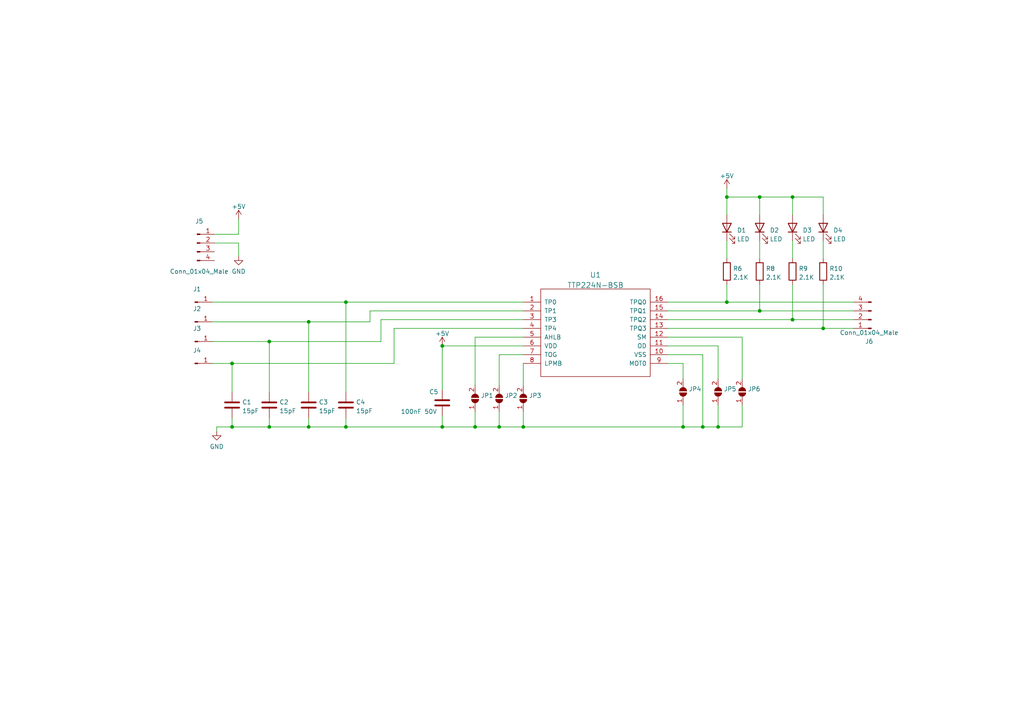
<source format=kicad_sch>
(kicad_sch (version 20211123) (generator eeschema)

  (uuid 21e51cb5-4db9-4ac1-a02c-b6d5ae4d420e)

  (paper "A4")

  (lib_symbols
    (symbol "Connector:Conn_01x01_Male" (pin_names (offset 1.016) hide) (in_bom yes) (on_board yes)
      (property "Reference" "J" (id 0) (at 0 2.54 0)
        (effects (font (size 1.27 1.27)))
      )
      (property "Value" "Conn_01x01_Male" (id 1) (at 0 -2.54 0)
        (effects (font (size 1.27 1.27)))
      )
      (property "Footprint" "" (id 2) (at 0 0 0)
        (effects (font (size 1.27 1.27)) hide)
      )
      (property "Datasheet" "~" (id 3) (at 0 0 0)
        (effects (font (size 1.27 1.27)) hide)
      )
      (property "ki_keywords" "connector" (id 4) (at 0 0 0)
        (effects (font (size 1.27 1.27)) hide)
      )
      (property "ki_description" "Generic connector, single row, 01x01, script generated (kicad-library-utils/schlib/autogen/connector/)" (id 5) (at 0 0 0)
        (effects (font (size 1.27 1.27)) hide)
      )
      (property "ki_fp_filters" "Connector*:*" (id 6) (at 0 0 0)
        (effects (font (size 1.27 1.27)) hide)
      )
      (symbol "Conn_01x01_Male_1_1"
        (polyline
          (pts
            (xy 1.27 0)
            (xy 0.8636 0)
          )
          (stroke (width 0.1524) (type default) (color 0 0 0 0))
          (fill (type none))
        )
        (rectangle (start 0.8636 0.127) (end 0 -0.127)
          (stroke (width 0.1524) (type default) (color 0 0 0 0))
          (fill (type outline))
        )
        (pin passive line (at 5.08 0 180) (length 3.81)
          (name "Pin_1" (effects (font (size 1.27 1.27))))
          (number "1" (effects (font (size 1.27 1.27))))
        )
      )
    )
    (symbol "Connector:Conn_01x04_Male" (pin_names (offset 1.016) hide) (in_bom yes) (on_board yes)
      (property "Reference" "J" (id 0) (at 0 5.08 0)
        (effects (font (size 1.27 1.27)))
      )
      (property "Value" "Conn_01x04_Male" (id 1) (at 0 -7.62 0)
        (effects (font (size 1.27 1.27)))
      )
      (property "Footprint" "" (id 2) (at 0 0 0)
        (effects (font (size 1.27 1.27)) hide)
      )
      (property "Datasheet" "~" (id 3) (at 0 0 0)
        (effects (font (size 1.27 1.27)) hide)
      )
      (property "ki_keywords" "connector" (id 4) (at 0 0 0)
        (effects (font (size 1.27 1.27)) hide)
      )
      (property "ki_description" "Generic connector, single row, 01x04, script generated (kicad-library-utils/schlib/autogen/connector/)" (id 5) (at 0 0 0)
        (effects (font (size 1.27 1.27)) hide)
      )
      (property "ki_fp_filters" "Connector*:*_1x??_*" (id 6) (at 0 0 0)
        (effects (font (size 1.27 1.27)) hide)
      )
      (symbol "Conn_01x04_Male_1_1"
        (polyline
          (pts
            (xy 1.27 -5.08)
            (xy 0.8636 -5.08)
          )
          (stroke (width 0.1524) (type default) (color 0 0 0 0))
          (fill (type none))
        )
        (polyline
          (pts
            (xy 1.27 -2.54)
            (xy 0.8636 -2.54)
          )
          (stroke (width 0.1524) (type default) (color 0 0 0 0))
          (fill (type none))
        )
        (polyline
          (pts
            (xy 1.27 0)
            (xy 0.8636 0)
          )
          (stroke (width 0.1524) (type default) (color 0 0 0 0))
          (fill (type none))
        )
        (polyline
          (pts
            (xy 1.27 2.54)
            (xy 0.8636 2.54)
          )
          (stroke (width 0.1524) (type default) (color 0 0 0 0))
          (fill (type none))
        )
        (rectangle (start 0.8636 -4.953) (end 0 -5.207)
          (stroke (width 0.1524) (type default) (color 0 0 0 0))
          (fill (type outline))
        )
        (rectangle (start 0.8636 -2.413) (end 0 -2.667)
          (stroke (width 0.1524) (type default) (color 0 0 0 0))
          (fill (type outline))
        )
        (rectangle (start 0.8636 0.127) (end 0 -0.127)
          (stroke (width 0.1524) (type default) (color 0 0 0 0))
          (fill (type outline))
        )
        (rectangle (start 0.8636 2.667) (end 0 2.413)
          (stroke (width 0.1524) (type default) (color 0 0 0 0))
          (fill (type outline))
        )
        (pin passive line (at 5.08 2.54 180) (length 3.81)
          (name "Pin_1" (effects (font (size 1.27 1.27))))
          (number "1" (effects (font (size 1.27 1.27))))
        )
        (pin passive line (at 5.08 0 180) (length 3.81)
          (name "Pin_2" (effects (font (size 1.27 1.27))))
          (number "2" (effects (font (size 1.27 1.27))))
        )
        (pin passive line (at 5.08 -2.54 180) (length 3.81)
          (name "Pin_3" (effects (font (size 1.27 1.27))))
          (number "3" (effects (font (size 1.27 1.27))))
        )
        (pin passive line (at 5.08 -5.08 180) (length 3.81)
          (name "Pin_4" (effects (font (size 1.27 1.27))))
          (number "4" (effects (font (size 1.27 1.27))))
        )
      )
    )
    (symbol "Device:C" (pin_numbers hide) (pin_names (offset 0.254)) (in_bom yes) (on_board yes)
      (property "Reference" "C" (id 0) (at 0.635 2.54 0)
        (effects (font (size 1.27 1.27)) (justify left))
      )
      (property "Value" "C" (id 1) (at 0.635 -2.54 0)
        (effects (font (size 1.27 1.27)) (justify left))
      )
      (property "Footprint" "" (id 2) (at 0.9652 -3.81 0)
        (effects (font (size 1.27 1.27)) hide)
      )
      (property "Datasheet" "~" (id 3) (at 0 0 0)
        (effects (font (size 1.27 1.27)) hide)
      )
      (property "ki_keywords" "cap capacitor" (id 4) (at 0 0 0)
        (effects (font (size 1.27 1.27)) hide)
      )
      (property "ki_description" "Unpolarized capacitor" (id 5) (at 0 0 0)
        (effects (font (size 1.27 1.27)) hide)
      )
      (property "ki_fp_filters" "C_*" (id 6) (at 0 0 0)
        (effects (font (size 1.27 1.27)) hide)
      )
      (symbol "C_0_1"
        (polyline
          (pts
            (xy -2.032 -0.762)
            (xy 2.032 -0.762)
          )
          (stroke (width 0.508) (type default) (color 0 0 0 0))
          (fill (type none))
        )
        (polyline
          (pts
            (xy -2.032 0.762)
            (xy 2.032 0.762)
          )
          (stroke (width 0.508) (type default) (color 0 0 0 0))
          (fill (type none))
        )
      )
      (symbol "C_1_1"
        (pin passive line (at 0 3.81 270) (length 2.794)
          (name "~" (effects (font (size 1.27 1.27))))
          (number "1" (effects (font (size 1.27 1.27))))
        )
        (pin passive line (at 0 -3.81 90) (length 2.794)
          (name "~" (effects (font (size 1.27 1.27))))
          (number "2" (effects (font (size 1.27 1.27))))
        )
      )
    )
    (symbol "Device:LED" (pin_numbers hide) (pin_names (offset 1.016) hide) (in_bom yes) (on_board yes)
      (property "Reference" "D" (id 0) (at 0 2.54 0)
        (effects (font (size 1.27 1.27)))
      )
      (property "Value" "LED" (id 1) (at 0 -2.54 0)
        (effects (font (size 1.27 1.27)))
      )
      (property "Footprint" "" (id 2) (at 0 0 0)
        (effects (font (size 1.27 1.27)) hide)
      )
      (property "Datasheet" "~" (id 3) (at 0 0 0)
        (effects (font (size 1.27 1.27)) hide)
      )
      (property "ki_keywords" "LED diode" (id 4) (at 0 0 0)
        (effects (font (size 1.27 1.27)) hide)
      )
      (property "ki_description" "Light emitting diode" (id 5) (at 0 0 0)
        (effects (font (size 1.27 1.27)) hide)
      )
      (property "ki_fp_filters" "LED* LED_SMD:* LED_THT:*" (id 6) (at 0 0 0)
        (effects (font (size 1.27 1.27)) hide)
      )
      (symbol "LED_0_1"
        (polyline
          (pts
            (xy -1.27 -1.27)
            (xy -1.27 1.27)
          )
          (stroke (width 0.254) (type default) (color 0 0 0 0))
          (fill (type none))
        )
        (polyline
          (pts
            (xy -1.27 0)
            (xy 1.27 0)
          )
          (stroke (width 0) (type default) (color 0 0 0 0))
          (fill (type none))
        )
        (polyline
          (pts
            (xy 1.27 -1.27)
            (xy 1.27 1.27)
            (xy -1.27 0)
            (xy 1.27 -1.27)
          )
          (stroke (width 0.254) (type default) (color 0 0 0 0))
          (fill (type none))
        )
        (polyline
          (pts
            (xy -3.048 -0.762)
            (xy -4.572 -2.286)
            (xy -3.81 -2.286)
            (xy -4.572 -2.286)
            (xy -4.572 -1.524)
          )
          (stroke (width 0) (type default) (color 0 0 0 0))
          (fill (type none))
        )
        (polyline
          (pts
            (xy -1.778 -0.762)
            (xy -3.302 -2.286)
            (xy -2.54 -2.286)
            (xy -3.302 -2.286)
            (xy -3.302 -1.524)
          )
          (stroke (width 0) (type default) (color 0 0 0 0))
          (fill (type none))
        )
      )
      (symbol "LED_1_1"
        (pin passive line (at -3.81 0 0) (length 2.54)
          (name "K" (effects (font (size 1.27 1.27))))
          (number "1" (effects (font (size 1.27 1.27))))
        )
        (pin passive line (at 3.81 0 180) (length 2.54)
          (name "A" (effects (font (size 1.27 1.27))))
          (number "2" (effects (font (size 1.27 1.27))))
        )
      )
    )
    (symbol "Device:R" (pin_numbers hide) (pin_names (offset 0)) (in_bom yes) (on_board yes)
      (property "Reference" "R" (id 0) (at 2.032 0 90)
        (effects (font (size 1.27 1.27)))
      )
      (property "Value" "R" (id 1) (at 0 0 90)
        (effects (font (size 1.27 1.27)))
      )
      (property "Footprint" "" (id 2) (at -1.778 0 90)
        (effects (font (size 1.27 1.27)) hide)
      )
      (property "Datasheet" "~" (id 3) (at 0 0 0)
        (effects (font (size 1.27 1.27)) hide)
      )
      (property "ki_keywords" "R res resistor" (id 4) (at 0 0 0)
        (effects (font (size 1.27 1.27)) hide)
      )
      (property "ki_description" "Resistor" (id 5) (at 0 0 0)
        (effects (font (size 1.27 1.27)) hide)
      )
      (property "ki_fp_filters" "R_*" (id 6) (at 0 0 0)
        (effects (font (size 1.27 1.27)) hide)
      )
      (symbol "R_0_1"
        (rectangle (start -1.016 -2.54) (end 1.016 2.54)
          (stroke (width 0.254) (type default) (color 0 0 0 0))
          (fill (type none))
        )
      )
      (symbol "R_1_1"
        (pin passive line (at 0 3.81 270) (length 1.27)
          (name "~" (effects (font (size 1.27 1.27))))
          (number "1" (effects (font (size 1.27 1.27))))
        )
        (pin passive line (at 0 -3.81 90) (length 1.27)
          (name "~" (effects (font (size 1.27 1.27))))
          (number "2" (effects (font (size 1.27 1.27))))
        )
      )
    )
    (symbol "Jumper:SolderJumper_2_Open" (pin_names (offset 0) hide) (in_bom yes) (on_board yes)
      (property "Reference" "JP" (id 0) (at 0 2.032 0)
        (effects (font (size 1.27 1.27)))
      )
      (property "Value" "SolderJumper_2_Open" (id 1) (at 0 -2.54 0)
        (effects (font (size 1.27 1.27)))
      )
      (property "Footprint" "" (id 2) (at 0 0 0)
        (effects (font (size 1.27 1.27)) hide)
      )
      (property "Datasheet" "~" (id 3) (at 0 0 0)
        (effects (font (size 1.27 1.27)) hide)
      )
      (property "ki_keywords" "solder jumper SPST" (id 4) (at 0 0 0)
        (effects (font (size 1.27 1.27)) hide)
      )
      (property "ki_description" "Solder Jumper, 2-pole, open" (id 5) (at 0 0 0)
        (effects (font (size 1.27 1.27)) hide)
      )
      (property "ki_fp_filters" "SolderJumper*Open*" (id 6) (at 0 0 0)
        (effects (font (size 1.27 1.27)) hide)
      )
      (symbol "SolderJumper_2_Open_0_1"
        (arc (start -0.254 1.016) (mid -1.27 0) (end -0.254 -1.016)
          (stroke (width 0) (type default) (color 0 0 0 0))
          (fill (type none))
        )
        (arc (start -0.254 1.016) (mid -1.27 0) (end -0.254 -1.016)
          (stroke (width 0) (type default) (color 0 0 0 0))
          (fill (type outline))
        )
        (polyline
          (pts
            (xy -0.254 1.016)
            (xy -0.254 -1.016)
          )
          (stroke (width 0) (type default) (color 0 0 0 0))
          (fill (type none))
        )
        (polyline
          (pts
            (xy 0.254 1.016)
            (xy 0.254 -1.016)
          )
          (stroke (width 0) (type default) (color 0 0 0 0))
          (fill (type none))
        )
        (arc (start 0.254 -1.016) (mid 1.27 0) (end 0.254 1.016)
          (stroke (width 0) (type default) (color 0 0 0 0))
          (fill (type none))
        )
        (arc (start 0.254 -1.016) (mid 1.27 0) (end 0.254 1.016)
          (stroke (width 0) (type default) (color 0 0 0 0))
          (fill (type outline))
        )
      )
      (symbol "SolderJumper_2_Open_1_1"
        (pin passive line (at -3.81 0 0) (length 2.54)
          (name "A" (effects (font (size 1.27 1.27))))
          (number "1" (effects (font (size 1.27 1.27))))
        )
        (pin passive line (at 3.81 0 180) (length 2.54)
          (name "B" (effects (font (size 1.27 1.27))))
          (number "2" (effects (font (size 1.27 1.27))))
        )
      )
    )
    (symbol "kicad_symbols:TTP224N-BSB" (pin_names (offset 1.016)) (in_bom yes) (on_board yes)
      (property "Reference" "U" (id 0) (at 0 0 0)
        (effects (font (size 1.524 1.524)))
      )
      (property "Value" "TTP224N-BSB" (id 1) (at 0 -3.81 0)
        (effects (font (size 1.524 1.524)))
      )
      (property "Footprint" "Package_SO:SSOP-16_3.9x4.9mm_P0.635mm" (id 2) (at 0 -13.97 0)
        (effects (font (size 1.524 1.524)) hide)
      )
      (property "Datasheet" "https://datasheetspdf.com/pdf-file/1259147/TONTEK/TTP224N-BSB/1" (id 3) (at 3.81 -16.51 0)
        (effects (font (size 1.524 1.524)) hide)
      )
      (symbol "TTP224N-BSB_0_1"
        (rectangle (start -15.24 12.7) (end 16.51 -12.7)
          (stroke (width 0) (type default) (color 0 0 0 0))
          (fill (type none))
        )
      )
      (symbol "TTP224N-BSB_1_1"
        (pin bidirectional line (at -20.32 8.89 0) (length 5.08)
          (name "TP0" (effects (font (size 1.27 1.27))))
          (number "1" (effects (font (size 1.27 1.27))))
        )
        (pin power_in line (at 21.59 -6.35 180) (length 5.08)
          (name "VSS" (effects (font (size 1.27 1.27))))
          (number "10" (effects (font (size 1.27 1.27))))
        )
        (pin input line (at 21.59 -3.81 180) (length 5.08)
          (name "OD" (effects (font (size 1.27 1.27))))
          (number "11" (effects (font (size 1.27 1.27))))
        )
        (pin input line (at 21.59 -1.27 180) (length 5.08)
          (name "SM" (effects (font (size 1.27 1.27))))
          (number "12" (effects (font (size 1.27 1.27))))
        )
        (pin output line (at 21.59 1.27 180) (length 5.08)
          (name "TPQ3" (effects (font (size 1.27 1.27))))
          (number "13" (effects (font (size 1.27 1.27))))
        )
        (pin output line (at 21.59 3.81 180) (length 5.08)
          (name "TPQ2" (effects (font (size 1.27 1.27))))
          (number "14" (effects (font (size 1.27 1.27))))
        )
        (pin output line (at 21.59 6.35 180) (length 5.08)
          (name "TPQ1" (effects (font (size 1.27 1.27))))
          (number "15" (effects (font (size 1.27 1.27))))
        )
        (pin output line (at 21.59 8.89 180) (length 5.08)
          (name "TPQ0" (effects (font (size 1.27 1.27))))
          (number "16" (effects (font (size 1.27 1.27))))
        )
        (pin bidirectional line (at -20.32 6.35 0) (length 5.08)
          (name "TP1" (effects (font (size 1.27 1.27))))
          (number "2" (effects (font (size 1.27 1.27))))
        )
        (pin bidirectional line (at -20.32 3.81 0) (length 5.08)
          (name "TP3" (effects (font (size 1.27 1.27))))
          (number "3" (effects (font (size 1.27 1.27))))
        )
        (pin bidirectional line (at -20.32 1.27 0) (length 5.08)
          (name "TP4" (effects (font (size 1.27 1.27))))
          (number "4" (effects (font (size 1.27 1.27))))
        )
        (pin input line (at -20.32 -1.27 0) (length 5.08)
          (name "AHLB" (effects (font (size 1.27 1.27))))
          (number "5" (effects (font (size 1.27 1.27))))
        )
        (pin power_in line (at -20.32 -3.81 0) (length 5.08)
          (name "VDD" (effects (font (size 1.27 1.27))))
          (number "6" (effects (font (size 1.27 1.27))))
        )
        (pin input line (at -20.32 -6.35 0) (length 5.08)
          (name "TOG" (effects (font (size 1.27 1.27))))
          (number "7" (effects (font (size 1.27 1.27))))
        )
        (pin input line (at -20.32 -8.89 0) (length 5.08)
          (name "LPMB" (effects (font (size 1.27 1.27))))
          (number "8" (effects (font (size 1.27 1.27))))
        )
        (pin input line (at 21.59 -8.89 180) (length 5.08)
          (name "MOT0" (effects (font (size 1.27 1.27))))
          (number "9" (effects (font (size 1.27 1.27))))
        )
      )
    )
    (symbol "power:+5V" (power) (pin_names (offset 0)) (in_bom yes) (on_board yes)
      (property "Reference" "#PWR" (id 0) (at 0 -3.81 0)
        (effects (font (size 1.27 1.27)) hide)
      )
      (property "Value" "+5V" (id 1) (at 0 3.556 0)
        (effects (font (size 1.27 1.27)))
      )
      (property "Footprint" "" (id 2) (at 0 0 0)
        (effects (font (size 1.27 1.27)) hide)
      )
      (property "Datasheet" "" (id 3) (at 0 0 0)
        (effects (font (size 1.27 1.27)) hide)
      )
      (property "ki_keywords" "global power" (id 4) (at 0 0 0)
        (effects (font (size 1.27 1.27)) hide)
      )
      (property "ki_description" "Power symbol creates a global label with name \"+5V\"" (id 5) (at 0 0 0)
        (effects (font (size 1.27 1.27)) hide)
      )
      (symbol "+5V_0_1"
        (polyline
          (pts
            (xy -0.762 1.27)
            (xy 0 2.54)
          )
          (stroke (width 0) (type default) (color 0 0 0 0))
          (fill (type none))
        )
        (polyline
          (pts
            (xy 0 0)
            (xy 0 2.54)
          )
          (stroke (width 0) (type default) (color 0 0 0 0))
          (fill (type none))
        )
        (polyline
          (pts
            (xy 0 2.54)
            (xy 0.762 1.27)
          )
          (stroke (width 0) (type default) (color 0 0 0 0))
          (fill (type none))
        )
      )
      (symbol "+5V_1_1"
        (pin power_in line (at 0 0 90) (length 0) hide
          (name "+5V" (effects (font (size 1.27 1.27))))
          (number "1" (effects (font (size 1.27 1.27))))
        )
      )
    )
    (symbol "power:GND" (power) (pin_names (offset 0)) (in_bom yes) (on_board yes)
      (property "Reference" "#PWR" (id 0) (at 0 -6.35 0)
        (effects (font (size 1.27 1.27)) hide)
      )
      (property "Value" "GND" (id 1) (at 0 -3.81 0)
        (effects (font (size 1.27 1.27)))
      )
      (property "Footprint" "" (id 2) (at 0 0 0)
        (effects (font (size 1.27 1.27)) hide)
      )
      (property "Datasheet" "" (id 3) (at 0 0 0)
        (effects (font (size 1.27 1.27)) hide)
      )
      (property "ki_keywords" "global power" (id 4) (at 0 0 0)
        (effects (font (size 1.27 1.27)) hide)
      )
      (property "ki_description" "Power symbol creates a global label with name \"GND\" , ground" (id 5) (at 0 0 0)
        (effects (font (size 1.27 1.27)) hide)
      )
      (symbol "GND_0_1"
        (polyline
          (pts
            (xy 0 0)
            (xy 0 -1.27)
            (xy 1.27 -1.27)
            (xy 0 -2.54)
            (xy -1.27 -1.27)
            (xy 0 -1.27)
          )
          (stroke (width 0) (type default) (color 0 0 0 0))
          (fill (type none))
        )
      )
      (symbol "GND_1_1"
        (pin power_in line (at 0 0 270) (length 0) hide
          (name "GND" (effects (font (size 1.27 1.27))))
          (number "1" (effects (font (size 1.27 1.27))))
        )
      )
    )
  )

  (junction (at 67.31 123.825) (diameter 0) (color 0 0 0 0)
    (uuid 05554531-0418-4993-9498-da5f4dc368a5)
  )
  (junction (at 128.27 100.33) (diameter 0) (color 0 0 0 0)
    (uuid 06be7b17-9a18-4565-9f61-85ef50de9637)
  )
  (junction (at 89.535 123.825) (diameter 0) (color 0 0 0 0)
    (uuid 075745ce-8e6b-4c0a-b03e-e94cea6a6648)
  )
  (junction (at 238.76 95.25) (diameter 0) (color 0 0 0 0)
    (uuid 13c3178b-6000-43bf-a8e1-1b9cb6c035a8)
  )
  (junction (at 78.105 99.06) (diameter 0) (color 0 0 0 0)
    (uuid 2001d25b-443f-41fb-b013-1450800cade3)
  )
  (junction (at 229.87 57.15) (diameter 0) (color 0 0 0 0)
    (uuid 29029dfd-3f6a-447b-ba64-3e49b7bf8e77)
  )
  (junction (at 137.795 123.825) (diameter 0) (color 0 0 0 0)
    (uuid 34a4d955-7191-4f41-b86c-188e5483f79b)
  )
  (junction (at 67.31 105.41) (diameter 0) (color 0 0 0 0)
    (uuid 4df85d3d-d1fc-4fb1-ae13-f4caf9ede8ab)
  )
  (junction (at 78.105 123.825) (diameter 0) (color 0 0 0 0)
    (uuid 5900f9a2-9a91-4a69-b289-60cf2fb08dd9)
  )
  (junction (at 128.27 123.825) (diameter 0) (color 0 0 0 0)
    (uuid 5edb7935-b46f-40b7-8be8-02895f2d3e9e)
  )
  (junction (at 229.87 92.71) (diameter 0) (color 0 0 0 0)
    (uuid 69d03eff-6864-41e0-8f97-8b837511f468)
  )
  (junction (at 100.33 123.825) (diameter 0) (color 0 0 0 0)
    (uuid 729a2456-c0cf-488a-a44b-fd40108314aa)
  )
  (junction (at 151.765 123.825) (diameter 0) (color 0 0 0 0)
    (uuid 771dae2b-bc78-4469-be63-097906f8cb5d)
  )
  (junction (at 210.82 57.15) (diameter 0) (color 0 0 0 0)
    (uuid 87fdc379-bb1a-4b80-aa70-e492519afabb)
  )
  (junction (at 203.835 123.825) (diameter 0) (color 0 0 0 0)
    (uuid 8e3b84b9-4d56-43f1-85a8-3e06177f3c17)
  )
  (junction (at 220.345 57.15) (diameter 0) (color 0 0 0 0)
    (uuid a760b54d-f0b1-4d8f-8f2a-d3af1e82245d)
  )
  (junction (at 220.345 90.17) (diameter 0) (color 0 0 0 0)
    (uuid aab1eb93-124f-479f-b0b1-b0f084f9d244)
  )
  (junction (at 210.82 87.63) (diameter 0) (color 0 0 0 0)
    (uuid aacdd16d-1cbf-4c24-8352-3af11653a6ed)
  )
  (junction (at 198.12 123.825) (diameter 0) (color 0 0 0 0)
    (uuid bb142f46-bfaf-42b2-8762-5c2214275e6c)
  )
  (junction (at 208.28 123.825) (diameter 0) (color 0 0 0 0)
    (uuid e2bfe02f-ed46-4404-b092-2e0bc5573e8e)
  )
  (junction (at 100.33 87.63) (diameter 0) (color 0 0 0 0)
    (uuid ec26c7bf-0890-4f24-9097-f548c317de7a)
  )
  (junction (at 144.78 123.825) (diameter 0) (color 0 0 0 0)
    (uuid fab88ce4-48e4-42d5-ae2f-d64a2ae0da6f)
  )
  (junction (at 89.535 93.345) (diameter 0) (color 0 0 0 0)
    (uuid fee0744c-8b90-41a5-ac34-08a8336a9b33)
  )

  (wire (pts (xy 67.31 105.41) (xy 61.595 105.41))
    (stroke (width 0) (type default) (color 0 0 0 0))
    (uuid 088d5f9d-65bb-4a82-a237-9a35c9c31ddd)
  )
  (wire (pts (xy 193.675 97.79) (xy 215.265 97.79))
    (stroke (width 0) (type default) (color 0 0 0 0))
    (uuid 0d930b3c-791a-4539-afd7-56b4b480e833)
  )
  (wire (pts (xy 220.345 57.15) (xy 220.345 62.23))
    (stroke (width 0) (type default) (color 0 0 0 0))
    (uuid 109eb263-4b31-4d36-a027-fbd977e4cd43)
  )
  (wire (pts (xy 247.65 90.17) (xy 220.345 90.17))
    (stroke (width 0) (type default) (color 0 0 0 0))
    (uuid 10a5e11e-ad16-4ce8-8a5c-f25ff645c951)
  )
  (wire (pts (xy 89.535 121.285) (xy 89.535 123.825))
    (stroke (width 0) (type default) (color 0 0 0 0))
    (uuid 151524a1-ea99-4bce-87b0-a8655476915f)
  )
  (wire (pts (xy 114.3 95.25) (xy 114.3 105.41))
    (stroke (width 0) (type default) (color 0 0 0 0))
    (uuid 1f11f0e5-a9a3-4c90-9807-bf7bc4535a71)
  )
  (wire (pts (xy 238.76 95.25) (xy 193.675 95.25))
    (stroke (width 0) (type default) (color 0 0 0 0))
    (uuid 24763191-a55b-45e1-a42f-9ccea72ee24d)
  )
  (wire (pts (xy 62.23 67.945) (xy 69.215 67.945))
    (stroke (width 0) (type default) (color 0 0 0 0))
    (uuid 2a410737-7284-4e80-8e59-28ee476c2f2e)
  )
  (wire (pts (xy 210.82 69.85) (xy 210.82 74.93))
    (stroke (width 0) (type default) (color 0 0 0 0))
    (uuid 2edbabbd-b1b1-4e8b-9028-75535d8709f5)
  )
  (wire (pts (xy 62.23 70.485) (xy 69.215 70.485))
    (stroke (width 0) (type default) (color 0 0 0 0))
    (uuid 2f44cbae-b9e6-4967-9393-6fa5104c8e47)
  )
  (wire (pts (xy 151.765 100.33) (xy 128.27 100.33))
    (stroke (width 0) (type default) (color 0 0 0 0))
    (uuid 30fa86e7-d7f5-4856-8530-5521cb7ddc40)
  )
  (wire (pts (xy 151.765 97.79) (xy 137.795 97.79))
    (stroke (width 0) (type default) (color 0 0 0 0))
    (uuid 33e3b3ed-ccaf-47f8-997f-21b2776151cc)
  )
  (wire (pts (xy 208.28 117.475) (xy 208.28 123.825))
    (stroke (width 0) (type default) (color 0 0 0 0))
    (uuid 340aa968-b08e-4e1c-8312-00e4d9486a71)
  )
  (wire (pts (xy 229.87 57.15) (xy 238.76 57.15))
    (stroke (width 0) (type default) (color 0 0 0 0))
    (uuid 3954b678-1c4a-49b2-8beb-01d51ca79a55)
  )
  (wire (pts (xy 210.82 82.55) (xy 210.82 87.63))
    (stroke (width 0) (type default) (color 0 0 0 0))
    (uuid 3c7f52ca-d822-4c28-be0d-42e249c4ff77)
  )
  (wire (pts (xy 110.49 99.06) (xy 110.49 92.71))
    (stroke (width 0) (type default) (color 0 0 0 0))
    (uuid 3fde9570-e52d-4bcf-abb8-2aa31893e943)
  )
  (wire (pts (xy 210.82 87.63) (xy 193.675 87.63))
    (stroke (width 0) (type default) (color 0 0 0 0))
    (uuid 4053f0f6-64b2-4398-a4e2-1209afa00c4f)
  )
  (wire (pts (xy 210.82 54.61) (xy 210.82 57.15))
    (stroke (width 0) (type default) (color 0 0 0 0))
    (uuid 41f33fdc-871d-4ced-9852-31172b2b18be)
  )
  (wire (pts (xy 238.76 82.55) (xy 238.76 95.25))
    (stroke (width 0) (type default) (color 0 0 0 0))
    (uuid 47227a07-8362-4d17-94b1-50cb85356ad2)
  )
  (wire (pts (xy 89.535 93.345) (xy 61.595 93.345))
    (stroke (width 0) (type default) (color 0 0 0 0))
    (uuid 47475625-de2e-47f8-80d8-ede2b985b507)
  )
  (wire (pts (xy 151.765 102.87) (xy 144.78 102.87))
    (stroke (width 0) (type default) (color 0 0 0 0))
    (uuid 536caabe-540e-4b4a-8b7b-e5141f9f4a3f)
  )
  (wire (pts (xy 137.795 123.825) (xy 144.78 123.825))
    (stroke (width 0) (type default) (color 0 0 0 0))
    (uuid 54570c72-4688-444a-aeac-4115745de5c4)
  )
  (wire (pts (xy 100.33 87.63) (xy 151.765 87.63))
    (stroke (width 0) (type default) (color 0 0 0 0))
    (uuid 551dbc1d-1b9b-4396-847f-f4f9c585cc89)
  )
  (wire (pts (xy 208.28 100.33) (xy 208.28 109.855))
    (stroke (width 0) (type default) (color 0 0 0 0))
    (uuid 585951bb-c454-419d-8da2-0c3dc8dc4f20)
  )
  (wire (pts (xy 203.835 102.87) (xy 193.675 102.87))
    (stroke (width 0) (type default) (color 0 0 0 0))
    (uuid 59a5d62c-174d-48e9-8aae-b816b24e9a63)
  )
  (wire (pts (xy 229.87 92.71) (xy 193.675 92.71))
    (stroke (width 0) (type default) (color 0 0 0 0))
    (uuid 5bf8dda1-a42a-4f65-825e-f97d9527613f)
  )
  (wire (pts (xy 100.33 121.285) (xy 100.33 123.825))
    (stroke (width 0) (type default) (color 0 0 0 0))
    (uuid 5c934968-fbf4-47a6-ab1b-60135f1a15b6)
  )
  (wire (pts (xy 238.76 57.15) (xy 238.76 62.23))
    (stroke (width 0) (type default) (color 0 0 0 0))
    (uuid 5f1de38b-8a7f-4edf-af42-7ed045d71a71)
  )
  (wire (pts (xy 151.765 123.825) (xy 198.12 123.825))
    (stroke (width 0) (type default) (color 0 0 0 0))
    (uuid 7072ec7e-dc4f-44c6-bcc2-032321ea5e3c)
  )
  (wire (pts (xy 114.3 105.41) (xy 67.31 105.41))
    (stroke (width 0) (type default) (color 0 0 0 0))
    (uuid 71d4f8e6-c4ea-4a4e-8333-54bca8f77ce4)
  )
  (wire (pts (xy 69.215 74.295) (xy 69.215 70.485))
    (stroke (width 0) (type default) (color 0 0 0 0))
    (uuid 7a23b48d-3041-496d-82ed-ac0fcb30abcc)
  )
  (wire (pts (xy 107.315 90.17) (xy 107.315 93.345))
    (stroke (width 0) (type default) (color 0 0 0 0))
    (uuid 7bd33435-a185-45f0-a4ef-07e639d1f37a)
  )
  (wire (pts (xy 62.865 123.825) (xy 67.31 123.825))
    (stroke (width 0) (type default) (color 0 0 0 0))
    (uuid 7dfdcf47-3acb-4b40-8e6e-a17145ddc4b7)
  )
  (wire (pts (xy 107.315 93.345) (xy 89.535 93.345))
    (stroke (width 0) (type default) (color 0 0 0 0))
    (uuid 8565b935-bdf6-4b1d-a8da-03c134583bd2)
  )
  (wire (pts (xy 137.795 97.79) (xy 137.795 111.76))
    (stroke (width 0) (type default) (color 0 0 0 0))
    (uuid 8d1ea694-2ed3-48ed-a005-71a7bbd65e11)
  )
  (wire (pts (xy 61.595 87.63) (xy 100.33 87.63))
    (stroke (width 0) (type default) (color 0 0 0 0))
    (uuid 8f8ae832-5033-4d5f-844f-abaf3d2e6eae)
  )
  (wire (pts (xy 210.82 57.15) (xy 220.345 57.15))
    (stroke (width 0) (type default) (color 0 0 0 0))
    (uuid 905dbfc8-7703-40d5-9171-4191f9d0afe5)
  )
  (wire (pts (xy 151.765 95.25) (xy 114.3 95.25))
    (stroke (width 0) (type default) (color 0 0 0 0))
    (uuid 909799ad-ad5a-46b0-9e80-d8ec917bf864)
  )
  (wire (pts (xy 137.795 119.38) (xy 137.795 123.825))
    (stroke (width 0) (type default) (color 0 0 0 0))
    (uuid 9145dffb-63c6-452e-8b13-829a5653b13e)
  )
  (wire (pts (xy 128.27 120.65) (xy 128.27 123.825))
    (stroke (width 0) (type default) (color 0 0 0 0))
    (uuid 91614665-18e5-4c58-993f-a703307424cf)
  )
  (wire (pts (xy 198.12 117.475) (xy 198.12 123.825))
    (stroke (width 0) (type default) (color 0 0 0 0))
    (uuid 917734b9-30ed-439c-adcb-5a41510cc090)
  )
  (wire (pts (xy 78.105 121.285) (xy 78.105 123.825))
    (stroke (width 0) (type default) (color 0 0 0 0))
    (uuid 91a38c6c-902f-46dc-bb56-d9a557f4226a)
  )
  (wire (pts (xy 100.33 123.825) (xy 128.27 123.825))
    (stroke (width 0) (type default) (color 0 0 0 0))
    (uuid 91aeb817-ec67-4a84-8fb3-c1db7cc4515d)
  )
  (wire (pts (xy 193.675 100.33) (xy 208.28 100.33))
    (stroke (width 0) (type default) (color 0 0 0 0))
    (uuid 93275921-bb3b-4f42-86c7-e386bf72d0f0)
  )
  (wire (pts (xy 144.78 123.825) (xy 151.765 123.825))
    (stroke (width 0) (type default) (color 0 0 0 0))
    (uuid 9382a26c-ea7a-4f3a-ad8d-8b04990e0ff9)
  )
  (wire (pts (xy 215.265 123.825) (xy 208.28 123.825))
    (stroke (width 0) (type default) (color 0 0 0 0))
    (uuid 93a02cd7-2d20-4989-b781-97b7c085a15a)
  )
  (wire (pts (xy 193.675 105.41) (xy 198.12 105.41))
    (stroke (width 0) (type default) (color 0 0 0 0))
    (uuid 99c8f5ec-8128-4d6e-8657-0c6408b78611)
  )
  (wire (pts (xy 220.345 69.85) (xy 220.345 74.93))
    (stroke (width 0) (type default) (color 0 0 0 0))
    (uuid 9f0b0db5-9475-43a5-ac86-5da9f67a56c9)
  )
  (wire (pts (xy 89.535 93.345) (xy 89.535 113.665))
    (stroke (width 0) (type default) (color 0 0 0 0))
    (uuid a2e808dc-1046-4ca1-9432-20d406de044d)
  )
  (wire (pts (xy 220.345 90.17) (xy 193.675 90.17))
    (stroke (width 0) (type default) (color 0 0 0 0))
    (uuid a5216da4-aac4-44c9-ad1f-b859b776b922)
  )
  (wire (pts (xy 220.345 57.15) (xy 229.87 57.15))
    (stroke (width 0) (type default) (color 0 0 0 0))
    (uuid a5c0ef84-5c8e-4d1a-9ca7-2c8ee94fd965)
  )
  (wire (pts (xy 203.835 123.825) (xy 203.835 102.87))
    (stroke (width 0) (type default) (color 0 0 0 0))
    (uuid a60b9a2a-1d6d-44e4-b269-79412afb5f3b)
  )
  (wire (pts (xy 210.82 62.23) (xy 210.82 57.15))
    (stroke (width 0) (type default) (color 0 0 0 0))
    (uuid ad80c895-97ad-497d-a09a-a0cbd9ec4f3e)
  )
  (wire (pts (xy 100.33 87.63) (xy 100.33 113.665))
    (stroke (width 0) (type default) (color 0 0 0 0))
    (uuid af338025-da21-49ec-bcca-e49525868f1d)
  )
  (wire (pts (xy 78.105 123.825) (xy 89.535 123.825))
    (stroke (width 0) (type default) (color 0 0 0 0))
    (uuid afaa8c45-7536-4d2c-bad2-ac040ae03cf2)
  )
  (wire (pts (xy 229.87 57.15) (xy 229.87 62.23))
    (stroke (width 0) (type default) (color 0 0 0 0))
    (uuid b0ef897e-5a78-4e64-96de-7a3e78663a83)
  )
  (wire (pts (xy 220.345 82.55) (xy 220.345 90.17))
    (stroke (width 0) (type default) (color 0 0 0 0))
    (uuid b214f491-dbd0-4dd0-8e9e-ac174d1848d9)
  )
  (wire (pts (xy 208.28 123.825) (xy 203.835 123.825))
    (stroke (width 0) (type default) (color 0 0 0 0))
    (uuid b776e56b-bded-47b7-8ca0-b41282da7909)
  )
  (wire (pts (xy 78.105 99.06) (xy 110.49 99.06))
    (stroke (width 0) (type default) (color 0 0 0 0))
    (uuid b7c97a4b-b145-44e5-aa41-2ec9993096bb)
  )
  (wire (pts (xy 238.76 69.85) (xy 238.76 74.93))
    (stroke (width 0) (type default) (color 0 0 0 0))
    (uuid bc2dd4e4-dfc1-4429-a26e-2e946a5f4055)
  )
  (wire (pts (xy 67.31 123.825) (xy 78.105 123.825))
    (stroke (width 0) (type default) (color 0 0 0 0))
    (uuid bedc1e76-81ff-4064-b668-cfa2d47afc2c)
  )
  (wire (pts (xy 229.87 69.85) (xy 229.87 74.93))
    (stroke (width 0) (type default) (color 0 0 0 0))
    (uuid bfd2d325-d082-4040-908c-2f00599815cd)
  )
  (wire (pts (xy 61.595 99.06) (xy 78.105 99.06))
    (stroke (width 0) (type default) (color 0 0 0 0))
    (uuid c0b5bdaf-8149-4be1-b143-4e9c64616bcb)
  )
  (wire (pts (xy 151.765 105.41) (xy 151.765 111.76))
    (stroke (width 0) (type default) (color 0 0 0 0))
    (uuid c12912fd-d550-423f-b443-d0e834a4d41e)
  )
  (wire (pts (xy 67.31 105.41) (xy 67.31 113.665))
    (stroke (width 0) (type default) (color 0 0 0 0))
    (uuid c522946f-9916-44ba-9e32-695f7dd8e60c)
  )
  (wire (pts (xy 198.12 105.41) (xy 198.12 109.855))
    (stroke (width 0) (type default) (color 0 0 0 0))
    (uuid c8a79551-88da-40f4-bb8d-5bd186fe190e)
  )
  (wire (pts (xy 110.49 92.71) (xy 151.765 92.71))
    (stroke (width 0) (type default) (color 0 0 0 0))
    (uuid c9cf9f2f-1f62-4b5d-b0da-d5a8502483ce)
  )
  (wire (pts (xy 229.87 82.55) (xy 229.87 92.71))
    (stroke (width 0) (type default) (color 0 0 0 0))
    (uuid cc988d42-c78e-40e2-87c4-5f7860ad02a0)
  )
  (wire (pts (xy 67.31 121.285) (xy 67.31 123.825))
    (stroke (width 0) (type default) (color 0 0 0 0))
    (uuid ce3a21d8-3962-4f4c-a2c5-b33a7f368691)
  )
  (wire (pts (xy 69.215 67.945) (xy 69.215 63.5))
    (stroke (width 0) (type default) (color 0 0 0 0))
    (uuid d1d9dfd4-dc26-4112-9234-2478af0ad0b6)
  )
  (wire (pts (xy 128.27 100.33) (xy 128.27 113.03))
    (stroke (width 0) (type default) (color 0 0 0 0))
    (uuid d2f8bab0-4ece-424d-9d03-74474622ccb9)
  )
  (wire (pts (xy 144.78 102.87) (xy 144.78 111.76))
    (stroke (width 0) (type default) (color 0 0 0 0))
    (uuid d7af2466-f3b1-4f6e-8b3a-e5de06c1602e)
  )
  (wire (pts (xy 247.65 92.71) (xy 229.87 92.71))
    (stroke (width 0) (type default) (color 0 0 0 0))
    (uuid d9bf19c4-fa46-4642-9a27-6615a22a40d0)
  )
  (wire (pts (xy 215.265 117.475) (xy 215.265 123.825))
    (stroke (width 0) (type default) (color 0 0 0 0))
    (uuid dae1ed77-d89b-42aa-b0e0-c98f43902c78)
  )
  (wire (pts (xy 137.795 123.825) (xy 128.27 123.825))
    (stroke (width 0) (type default) (color 0 0 0 0))
    (uuid dcf1a296-e145-4e7a-9623-79f9d0b35a6d)
  )
  (wire (pts (xy 151.765 90.17) (xy 107.315 90.17))
    (stroke (width 0) (type default) (color 0 0 0 0))
    (uuid e6531cc9-8b30-4a8c-8284-fe224251c12b)
  )
  (wire (pts (xy 89.535 123.825) (xy 100.33 123.825))
    (stroke (width 0) (type default) (color 0 0 0 0))
    (uuid e732886e-94f8-4abd-bf6d-ad4ef8439a49)
  )
  (wire (pts (xy 198.12 123.825) (xy 203.835 123.825))
    (stroke (width 0) (type default) (color 0 0 0 0))
    (uuid eadbed0c-510f-4c14-ae43-8eb13bf1cfd7)
  )
  (wire (pts (xy 247.65 87.63) (xy 210.82 87.63))
    (stroke (width 0) (type default) (color 0 0 0 0))
    (uuid ecf1b71e-71fc-42fe-823b-0b832f1e2c1a)
  )
  (wire (pts (xy 247.65 95.25) (xy 238.76 95.25))
    (stroke (width 0) (type default) (color 0 0 0 0))
    (uuid f06feff1-3d59-42f2-86d7-6593d7788eae)
  )
  (wire (pts (xy 151.765 119.38) (xy 151.765 123.825))
    (stroke (width 0) (type default) (color 0 0 0 0))
    (uuid f1da2d0f-1811-41c0-8535-cc293ebc03ee)
  )
  (wire (pts (xy 78.105 99.06) (xy 78.105 113.665))
    (stroke (width 0) (type default) (color 0 0 0 0))
    (uuid f4107dc0-40f4-4535-8b63-da380b1bc1ca)
  )
  (wire (pts (xy 62.865 123.825) (xy 62.865 125.095))
    (stroke (width 0) (type default) (color 0 0 0 0))
    (uuid f51d541d-e8d6-488f-bb5c-77c93109ac29)
  )
  (wire (pts (xy 215.265 97.79) (xy 215.265 109.855))
    (stroke (width 0) (type default) (color 0 0 0 0))
    (uuid f52edcae-0b07-41d8-85d3-1c76fc2d145f)
  )
  (wire (pts (xy 144.78 119.38) (xy 144.78 123.825))
    (stroke (width 0) (type default) (color 0 0 0 0))
    (uuid f8f90da7-2bb9-4d9b-bee5-378033af7b9d)
  )

  (symbol (lib_id "power:GND") (at 69.215 74.295 0) (unit 1)
    (in_bom yes) (on_board yes) (fields_autoplaced)
    (uuid 0478f5f0-febb-4bbd-984c-668a4d2967f2)
    (property "Reference" "#PWR03" (id 0) (at 69.215 80.645 0)
      (effects (font (size 1.27 1.27)) hide)
    )
    (property "Value" "GND" (id 1) (at 69.215 78.7384 0))
    (property "Footprint" "" (id 2) (at 69.215 74.295 0)
      (effects (font (size 1.27 1.27)) hide)
    )
    (property "Datasheet" "" (id 3) (at 69.215 74.295 0)
      (effects (font (size 1.27 1.27)) hide)
    )
    (pin "1" (uuid fffc44c1-0036-42ff-8362-c45440c513b4))
  )

  (symbol (lib_id "Jumper:SolderJumper_2_Open") (at 198.12 113.665 90) (unit 1)
    (in_bom no) (on_board yes) (fields_autoplaced)
    (uuid 096e8100-f815-4e72-a04f-3db6862d9b87)
    (property "Reference" "JP4" (id 0) (at 199.771 112.8303 90)
      (effects (font (size 1.27 1.27)) (justify right))
    )
    (property "Value" "SolderJumper_2_Open" (id 1) (at 199.771 115.3672 90)
      (effects (font (size 1.27 1.27)) (justify right) hide)
    )
    (property "Footprint" "Jumper:SolderJumper-2_P1.3mm_Open_RoundedPad1.0x1.5mm" (id 2) (at 198.12 113.665 0)
      (effects (font (size 1.27 1.27)) hide)
    )
    (property "Datasheet" "~" (id 3) (at 198.12 113.665 0)
      (effects (font (size 1.27 1.27)) hide)
    )
    (pin "1" (uuid 6a81e086-a1e6-4270-b17c-93267c842368))
    (pin "2" (uuid b450af17-026d-4c55-987e-f5326df5df77))
  )

  (symbol (lib_id "power:+5V") (at 128.27 100.33 0) (unit 1)
    (in_bom yes) (on_board yes) (fields_autoplaced)
    (uuid 0bb7e492-d439-449c-8447-a1fb2b40bac2)
    (property "Reference" "#PWR04" (id 0) (at 128.27 104.14 0)
      (effects (font (size 1.27 1.27)) hide)
    )
    (property "Value" "+5V" (id 1) (at 128.27 96.7542 0))
    (property "Footprint" "" (id 2) (at 128.27 100.33 0)
      (effects (font (size 1.27 1.27)) hide)
    )
    (property "Datasheet" "" (id 3) (at 128.27 100.33 0)
      (effects (font (size 1.27 1.27)) hide)
    )
    (pin "1" (uuid ffe0b03c-48d2-4ad5-bdbf-be1f1748137a))
  )

  (symbol (lib_id "Connector:Conn_01x01_Male") (at 56.515 99.06 0) (unit 1)
    (in_bom no) (on_board yes)
    (uuid 0e727db8-9377-4ea4-bde8-cb7a36042703)
    (property "Reference" "J3" (id 0) (at 57.15 95.284 0))
    (property "Value" "Conn_01x01_Male" (id 1) (at 56.515 101.6 0)
      (effects (font (size 1.27 1.27)) hide)
    )
    (property "Footprint" "custom:cap_button" (id 2) (at 56.515 99.06 0)
      (effects (font (size 1.27 1.27)) hide)
    )
    (property "Datasheet" "~" (id 3) (at 56.515 99.06 0)
      (effects (font (size 1.27 1.27)) hide)
    )
    (pin "1" (uuid 742a4288-3506-4463-9b72-c889d427f1f6))
  )

  (symbol (lib_id "Device:C") (at 128.27 116.84 0) (unit 1)
    (in_bom yes) (on_board yes)
    (uuid 257a96a9-7b18-48d9-8095-86f5dce2f1aa)
    (property "Reference" "C5" (id 0) (at 124.46 113.665 0)
      (effects (font (size 1.27 1.27)) (justify left))
    )
    (property "Value" "100nF 50V" (id 1) (at 116.205 119.38 0)
      (effects (font (size 1.27 1.27)) (justify left))
    )
    (property "Footprint" "Capacitor_SMD:C_0805_2012Metric_Pad1.18x1.45mm_HandSolder" (id 2) (at 129.2352 120.65 0)
      (effects (font (size 1.27 1.27)) hide)
    )
    (property "Datasheet" "~" (id 3) (at 128.27 116.84 0)
      (effects (font (size 1.27 1.27)) hide)
    )
    (pin "1" (uuid 7fe9c335-30b1-4656-8e73-767429efeae9))
    (pin "2" (uuid 735fb4df-7158-42e1-8d7c-18b21e6a6b5b))
  )

  (symbol (lib_id "power:GND") (at 62.865 125.095 0) (unit 1)
    (in_bom yes) (on_board yes) (fields_autoplaced)
    (uuid 310ea3c2-70a0-4200-915d-6805ba96f7a0)
    (property "Reference" "#PWR01" (id 0) (at 62.865 131.445 0)
      (effects (font (size 1.27 1.27)) hide)
    )
    (property "Value" "GND" (id 1) (at 62.865 129.5384 0))
    (property "Footprint" "" (id 2) (at 62.865 125.095 0)
      (effects (font (size 1.27 1.27)) hide)
    )
    (property "Datasheet" "" (id 3) (at 62.865 125.095 0)
      (effects (font (size 1.27 1.27)) hide)
    )
    (pin "1" (uuid 49f02c97-3601-4167-a1cf-9c098eaf16ea))
  )

  (symbol (lib_id "Device:LED") (at 210.82 66.04 90) (unit 1)
    (in_bom yes) (on_board yes) (fields_autoplaced)
    (uuid 3364246c-ab1d-4b6e-a44e-a973f401fd01)
    (property "Reference" "D1" (id 0) (at 213.741 66.7928 90)
      (effects (font (size 1.27 1.27)) (justify right))
    )
    (property "Value" "LED" (id 1) (at 213.741 69.3297 90)
      (effects (font (size 1.27 1.27)) (justify right))
    )
    (property "Footprint" "Diode_SMD:D_0805_2012Metric_Pad1.15x1.40mm_HandSolder" (id 2) (at 210.82 66.04 0)
      (effects (font (size 1.27 1.27)) hide)
    )
    (property "Datasheet" "~" (id 3) (at 210.82 66.04 0)
      (effects (font (size 1.27 1.27)) hide)
    )
    (pin "1" (uuid cacc16d8-9630-4651-9644-9bd61324b2e7))
    (pin "2" (uuid 5899159a-0c03-4ac0-918d-2d61c67d46bb))
  )

  (symbol (lib_id "Connector:Conn_01x01_Male") (at 56.515 87.63 0) (unit 1)
    (in_bom no) (on_board yes)
    (uuid 3446589e-8a5a-4ba9-8c3b-68e566a9d657)
    (property "Reference" "J1" (id 0) (at 57.15 83.854 0))
    (property "Value" "Conn_01x01_Male" (id 1) (at 56.515 90.17 0)
      (effects (font (size 1.27 1.27)) hide)
    )
    (property "Footprint" "custom:cap_button" (id 2) (at 56.515 87.63 0)
      (effects (font (size 1.27 1.27)) hide)
    )
    (property "Datasheet" "~" (id 3) (at 56.515 87.63 0)
      (effects (font (size 1.27 1.27)) hide)
    )
    (pin "1" (uuid 5a64acc7-76e5-4d5a-9436-94912c5f66b2))
  )

  (symbol (lib_id "Device:C") (at 100.33 117.475 0) (unit 1)
    (in_bom no) (on_board yes)
    (uuid 4d8abc9d-2b85-49f2-a9a1-605ef0f9e9c4)
    (property "Reference" "C4" (id 0) (at 103.251 116.6403 0)
      (effects (font (size 1.27 1.27)) (justify left))
    )
    (property "Value" "15pF" (id 1) (at 103.251 119.1772 0)
      (effects (font (size 1.27 1.27)) (justify left))
    )
    (property "Footprint" "Capacitor_SMD:C_0805_2012Metric_Pad1.18x1.45mm_HandSolder" (id 2) (at 101.2952 121.285 0)
      (effects (font (size 1.27 1.27)) hide)
    )
    (property "Datasheet" "~" (id 3) (at 100.33 117.475 0)
      (effects (font (size 1.27 1.27)) hide)
    )
    (pin "1" (uuid 0fbfb145-8802-42a3-8828-25a900c15dea))
    (pin "2" (uuid 6cab6999-f0da-467c-8cd8-5228c66bf26f))
  )

  (symbol (lib_id "Jumper:SolderJumper_2_Open") (at 151.765 115.57 90) (unit 1)
    (in_bom no) (on_board yes) (fields_autoplaced)
    (uuid 5388845c-c5d6-4c12-baf4-12bb8643b71e)
    (property "Reference" "JP3" (id 0) (at 153.416 114.7353 90)
      (effects (font (size 1.27 1.27)) (justify right))
    )
    (property "Value" "SolderJumper_2_Open" (id 1) (at 153.416 117.2722 90)
      (effects (font (size 1.27 1.27)) (justify right) hide)
    )
    (property "Footprint" "Jumper:SolderJumper-2_P1.3mm_Open_RoundedPad1.0x1.5mm" (id 2) (at 151.765 115.57 0)
      (effects (font (size 1.27 1.27)) hide)
    )
    (property "Datasheet" "~" (id 3) (at 151.765 115.57 0)
      (effects (font (size 1.27 1.27)) hide)
    )
    (pin "1" (uuid 59875c53-8b17-4ee8-86d8-d85bf481d25e))
    (pin "2" (uuid c7ead854-be9c-481c-a4a5-57771cb09dea))
  )

  (symbol (lib_id "Device:R") (at 238.76 78.74 180) (unit 1)
    (in_bom yes) (on_board yes) (fields_autoplaced)
    (uuid 580efc15-6321-4b8f-af6a-e764ac6162ef)
    (property "Reference" "R10" (id 0) (at 240.538 77.9053 0)
      (effects (font (size 1.27 1.27)) (justify right))
    )
    (property "Value" "2.1K" (id 1) (at 240.538 80.4422 0)
      (effects (font (size 1.27 1.27)) (justify right))
    )
    (property "Footprint" "Resistor_SMD:R_0805_2012Metric_Pad1.20x1.40mm_HandSolder" (id 2) (at 240.538 78.74 90)
      (effects (font (size 1.27 1.27)) hide)
    )
    (property "Datasheet" "~" (id 3) (at 238.76 78.74 0)
      (effects (font (size 1.27 1.27)) hide)
    )
    (pin "1" (uuid 00d6046a-2374-440d-8ac8-c9ff1373e2e6))
    (pin "2" (uuid 937333e4-b98b-43e7-b8c6-1cd05da1b045))
  )

  (symbol (lib_id "Device:R") (at 220.345 78.74 180) (unit 1)
    (in_bom yes) (on_board yes) (fields_autoplaced)
    (uuid 7be0180b-f02d-40e4-8181-8594e47100f5)
    (property "Reference" "R8" (id 0) (at 222.123 77.9053 0)
      (effects (font (size 1.27 1.27)) (justify right))
    )
    (property "Value" "2.1K" (id 1) (at 222.123 80.4422 0)
      (effects (font (size 1.27 1.27)) (justify right))
    )
    (property "Footprint" "Resistor_SMD:R_0805_2012Metric_Pad1.20x1.40mm_HandSolder" (id 2) (at 222.123 78.74 90)
      (effects (font (size 1.27 1.27)) hide)
    )
    (property "Datasheet" "~" (id 3) (at 220.345 78.74 0)
      (effects (font (size 1.27 1.27)) hide)
    )
    (pin "1" (uuid 76cb5c38-20de-4263-9302-357a2529f7b8))
    (pin "2" (uuid 08c9459b-69b5-49f6-a173-eccf23826cc6))
  )

  (symbol (lib_id "Connector:Conn_01x01_Male") (at 56.515 93.345 0) (unit 1)
    (in_bom no) (on_board yes)
    (uuid 7c27a14d-c24b-4882-8d1d-f2c7ddb19cfd)
    (property "Reference" "J2" (id 0) (at 57.15 89.569 0))
    (property "Value" "Conn_01x01_Male" (id 1) (at 56.515 95.885 0)
      (effects (font (size 1.27 1.27)) hide)
    )
    (property "Footprint" "custom:cap_button" (id 2) (at 56.515 93.345 0)
      (effects (font (size 1.27 1.27)) hide)
    )
    (property "Datasheet" "~" (id 3) (at 56.515 93.345 0)
      (effects (font (size 1.27 1.27)) hide)
    )
    (pin "1" (uuid 52ec3d92-d1f9-4793-9dad-a47306f3b6b1))
  )

  (symbol (lib_id "Device:C") (at 78.105 117.475 0) (unit 1)
    (in_bom no) (on_board yes) (fields_autoplaced)
    (uuid 83b71a4f-cff2-4ee7-be71-b678a75f0c51)
    (property "Reference" "C2" (id 0) (at 81.026 116.6403 0)
      (effects (font (size 1.27 1.27)) (justify left))
    )
    (property "Value" "15pF" (id 1) (at 81.026 119.1772 0)
      (effects (font (size 1.27 1.27)) (justify left))
    )
    (property "Footprint" "Capacitor_SMD:C_0805_2012Metric_Pad1.18x1.45mm_HandSolder" (id 2) (at 79.0702 121.285 0)
      (effects (font (size 1.27 1.27)) hide)
    )
    (property "Datasheet" "~" (id 3) (at 78.105 117.475 0)
      (effects (font (size 1.27 1.27)) hide)
    )
    (pin "1" (uuid df62b89a-8e68-47cc-9238-f1d6971325e2))
    (pin "2" (uuid 3eef91ed-e6b1-4184-ac99-aa9ac8520f0e))
  )

  (symbol (lib_id "Jumper:SolderJumper_2_Open") (at 137.795 115.57 90) (unit 1)
    (in_bom no) (on_board yes) (fields_autoplaced)
    (uuid 8474a976-8192-421c-a1a0-2edfb1965f12)
    (property "Reference" "JP1" (id 0) (at 139.446 114.7353 90)
      (effects (font (size 1.27 1.27)) (justify right))
    )
    (property "Value" "SolderJumper_2_Open" (id 1) (at 139.446 117.2722 90)
      (effects (font (size 1.27 1.27)) (justify right) hide)
    )
    (property "Footprint" "Jumper:SolderJumper-2_P1.3mm_Open_RoundedPad1.0x1.5mm" (id 2) (at 137.795 115.57 0)
      (effects (font (size 1.27 1.27)) hide)
    )
    (property "Datasheet" "~" (id 3) (at 137.795 115.57 0)
      (effects (font (size 1.27 1.27)) hide)
    )
    (pin "1" (uuid 02c4ff88-a2a4-44f8-b4c5-bd0ae4a9d095))
    (pin "2" (uuid 3749e545-755b-4fd9-bbad-3632e5607a4e))
  )

  (symbol (lib_id "Connector:Conn_01x04_Male") (at 252.73 92.71 180) (unit 1)
    (in_bom yes) (on_board yes) (fields_autoplaced)
    (uuid 878e3c19-e455-45a9-a10a-8b832df179f3)
    (property "Reference" "J6" (id 0) (at 252.095 99.026 0))
    (property "Value" "Conn_01x04_Male" (id 1) (at 252.095 96.4891 0))
    (property "Footprint" "Connector_PinSocket_2.54mm:PinSocket_1x04_P2.54mm_Vertical_SMD_Pin1Left" (id 2) (at 252.73 92.71 0)
      (effects (font (size 1.27 1.27)) hide)
    )
    (property "Datasheet" "~" (id 3) (at 252.73 92.71 0)
      (effects (font (size 1.27 1.27)) hide)
    )
    (pin "1" (uuid db0e05d3-4071-4198-b97e-16d9c2298d0f))
    (pin "2" (uuid dcafe69f-e26e-4d38-81dc-4281df82574e))
    (pin "3" (uuid d2ec2af8-88a0-4afc-9868-000a2cc7f934))
    (pin "4" (uuid 5956506c-b611-40c9-aa7e-0df0fc9eeccf))
  )

  (symbol (lib_id "Device:LED") (at 229.87 66.04 90) (unit 1)
    (in_bom yes) (on_board yes) (fields_autoplaced)
    (uuid 8c4401c9-925d-490f-baf5-f52bbe26d021)
    (property "Reference" "D3" (id 0) (at 232.791 66.7928 90)
      (effects (font (size 1.27 1.27)) (justify right))
    )
    (property "Value" "LED" (id 1) (at 232.791 69.3297 90)
      (effects (font (size 1.27 1.27)) (justify right))
    )
    (property "Footprint" "Diode_SMD:D_0805_2012Metric_Pad1.15x1.40mm_HandSolder" (id 2) (at 229.87 66.04 0)
      (effects (font (size 1.27 1.27)) hide)
    )
    (property "Datasheet" "~" (id 3) (at 229.87 66.04 0)
      (effects (font (size 1.27 1.27)) hide)
    )
    (pin "1" (uuid 26cd8a27-7a1d-4785-8f31-9b40c72f55b5))
    (pin "2" (uuid 0edf2b3d-7444-4300-99d9-e59d8c51a067))
  )

  (symbol (lib_id "power:+5V") (at 210.82 54.61 0) (unit 1)
    (in_bom yes) (on_board yes) (fields_autoplaced)
    (uuid 93187cef-2f17-4dfc-9941-8bf1c61556be)
    (property "Reference" "#PWR05" (id 0) (at 210.82 58.42 0)
      (effects (font (size 1.27 1.27)) hide)
    )
    (property "Value" "+5V" (id 1) (at 210.82 51.0342 0))
    (property "Footprint" "" (id 2) (at 210.82 54.61 0)
      (effects (font (size 1.27 1.27)) hide)
    )
    (property "Datasheet" "" (id 3) (at 210.82 54.61 0)
      (effects (font (size 1.27 1.27)) hide)
    )
    (pin "1" (uuid 6bd1d93d-47cd-4f11-b9fa-b2388946f82c))
  )

  (symbol (lib_id "Device:C") (at 67.31 117.475 0) (unit 1)
    (in_bom no) (on_board yes) (fields_autoplaced)
    (uuid a02eed8f-4ad9-4e5f-97d7-3948cf20b6c2)
    (property "Reference" "C1" (id 0) (at 70.231 116.6403 0)
      (effects (font (size 1.27 1.27)) (justify left))
    )
    (property "Value" "15pF" (id 1) (at 70.231 119.1772 0)
      (effects (font (size 1.27 1.27)) (justify left))
    )
    (property "Footprint" "Capacitor_SMD:C_0805_2012Metric_Pad1.18x1.45mm_HandSolder" (id 2) (at 68.2752 121.285 0)
      (effects (font (size 1.27 1.27)) hide)
    )
    (property "Datasheet" "~" (id 3) (at 67.31 117.475 0)
      (effects (font (size 1.27 1.27)) hide)
    )
    (pin "1" (uuid 5c582f5a-0469-4335-b053-c0bb9803ffa4))
    (pin "2" (uuid 89229c41-5f2f-4f6c-a22b-4b6140da8ffa))
  )

  (symbol (lib_id "Device:R") (at 229.87 78.74 180) (unit 1)
    (in_bom yes) (on_board yes) (fields_autoplaced)
    (uuid a1792f49-04d3-4107-9a31-6e19b46b2878)
    (property "Reference" "R9" (id 0) (at 231.648 77.9053 0)
      (effects (font (size 1.27 1.27)) (justify right))
    )
    (property "Value" "2.1K" (id 1) (at 231.648 80.4422 0)
      (effects (font (size 1.27 1.27)) (justify right))
    )
    (property "Footprint" "Resistor_SMD:R_0805_2012Metric_Pad1.20x1.40mm_HandSolder" (id 2) (at 231.648 78.74 90)
      (effects (font (size 1.27 1.27)) hide)
    )
    (property "Datasheet" "~" (id 3) (at 229.87 78.74 0)
      (effects (font (size 1.27 1.27)) hide)
    )
    (pin "1" (uuid 1aca2a4f-c207-49eb-bbdf-92154907d4f4))
    (pin "2" (uuid 515fa8ae-c8eb-460c-b077-0a040712d4f1))
  )

  (symbol (lib_id "Jumper:SolderJumper_2_Open") (at 208.28 113.665 90) (unit 1)
    (in_bom no) (on_board yes) (fields_autoplaced)
    (uuid b4c8819e-4b59-48fa-9c84-633be4c9c26b)
    (property "Reference" "JP5" (id 0) (at 209.931 112.8303 90)
      (effects (font (size 1.27 1.27)) (justify right))
    )
    (property "Value" "SolderJumper_2_Open" (id 1) (at 209.931 115.3672 90)
      (effects (font (size 1.27 1.27)) (justify right) hide)
    )
    (property "Footprint" "Jumper:SolderJumper-2_P1.3mm_Open_RoundedPad1.0x1.5mm" (id 2) (at 208.28 113.665 0)
      (effects (font (size 1.27 1.27)) hide)
    )
    (property "Datasheet" "~" (id 3) (at 208.28 113.665 0)
      (effects (font (size 1.27 1.27)) hide)
    )
    (pin "1" (uuid 7b9c4370-e721-4123-9755-5305e497906f))
    (pin "2" (uuid 90e3595d-7383-442a-8d61-4ee4d1399d5d))
  )

  (symbol (lib_id "Device:LED") (at 220.345 66.04 90) (unit 1)
    (in_bom yes) (on_board yes) (fields_autoplaced)
    (uuid bb7e4b6e-8127-4eb8-9216-9c17a14e7dbb)
    (property "Reference" "D2" (id 0) (at 223.266 66.7928 90)
      (effects (font (size 1.27 1.27)) (justify right))
    )
    (property "Value" "LED" (id 1) (at 223.266 69.3297 90)
      (effects (font (size 1.27 1.27)) (justify right))
    )
    (property "Footprint" "Diode_SMD:D_0805_2012Metric_Pad1.15x1.40mm_HandSolder" (id 2) (at 220.345 66.04 0)
      (effects (font (size 1.27 1.27)) hide)
    )
    (property "Datasheet" "~" (id 3) (at 220.345 66.04 0)
      (effects (font (size 1.27 1.27)) hide)
    )
    (pin "1" (uuid f5a8d2de-d12f-4505-9d23-7b04eb19c650))
    (pin "2" (uuid 7a6dc574-1346-4f87-94b1-822d400f0d6f))
  )

  (symbol (lib_id "kicad_symbols:TTP224N-BSB") (at 172.085 96.52 0) (unit 1)
    (in_bom yes) (on_board yes) (fields_autoplaced)
    (uuid bc83ae53-9a93-4140-a5ed-debf4ee6072c)
    (property "Reference" "U1" (id 0) (at 172.72 79.7359 0)
      (effects (font (size 1.524 1.524)))
    )
    (property "Value" "TTP224N-BSB" (id 1) (at 172.72 82.7293 0)
      (effects (font (size 1.524 1.524)))
    )
    (property "Footprint" "Package_SO:SSOP-16_3.9x4.9mm_P0.635mm" (id 2) (at 172.085 110.49 0)
      (effects (font (size 1.524 1.524)) hide)
    )
    (property "Datasheet" "https://datasheetspdf.com/pdf-file/1259147/TONTEK/TTP224N-BSB/1" (id 3) (at 175.895 113.03 0)
      (effects (font (size 1.524 1.524)) hide)
    )
    (pin "1" (uuid 3b06474c-d871-442a-a8e8-8398a62a979a))
    (pin "10" (uuid f67660e7-5eca-4fb1-a5d2-95d5e6bd090a))
    (pin "11" (uuid 3ed200fa-e460-45a7-96e0-85eb1e398ae9))
    (pin "12" (uuid 70c75717-4608-4be1-a403-be2cbecb643a))
    (pin "13" (uuid 8b85bce3-5038-40f5-b7d6-cbc267f61549))
    (pin "14" (uuid 045eb1b9-75aa-4f14-ac36-95dcbda8b2eb))
    (pin "15" (uuid 7851b852-624a-4827-9b65-42746b25db8a))
    (pin "16" (uuid 03c64d2f-181f-4819-b17f-b8052aaefdf8))
    (pin "2" (uuid a8f53012-347f-4b5e-adcc-8d38f9fec01b))
    (pin "3" (uuid 59939d12-acd1-4b63-95ad-239980b5353a))
    (pin "4" (uuid 6ea89dca-8ccb-4c68-8309-46754b95259b))
    (pin "5" (uuid b8e4e281-9317-4af4-b822-ed70a598ebb6))
    (pin "6" (uuid 8fceb546-1d25-4b35-b724-4068f78c1bf4))
    (pin "7" (uuid 2b22e8e0-af5b-4d7d-9b30-d8d9c7687406))
    (pin "8" (uuid 6737e89d-ecdf-4216-bba0-b83eb6e458af))
    (pin "9" (uuid 8efe6cf8-68db-46e7-9b24-8bc9c8dc5a6a))
  )

  (symbol (lib_id "Connector:Conn_01x01_Male") (at 56.515 105.41 0) (unit 1)
    (in_bom no) (on_board yes)
    (uuid c04398fb-1b64-44f0-ac2b-7f6948b6ccb5)
    (property "Reference" "J4" (id 0) (at 57.15 101.634 0))
    (property "Value" "Conn_01x01_Male" (id 1) (at 56.515 107.95 0)
      (effects (font (size 1.27 1.27)) hide)
    )
    (property "Footprint" "custom:cap_button" (id 2) (at 56.515 105.41 0)
      (effects (font (size 1.27 1.27)) hide)
    )
    (property "Datasheet" "~" (id 3) (at 56.515 105.41 0)
      (effects (font (size 1.27 1.27)) hide)
    )
    (pin "1" (uuid 39c2987f-4848-4c5c-9bbd-7dee5969295f))
  )

  (symbol (lib_id "Device:LED") (at 238.76 66.04 90) (unit 1)
    (in_bom yes) (on_board yes) (fields_autoplaced)
    (uuid c2fc94be-0840-434e-9f01-46e3644549d8)
    (property "Reference" "D4" (id 0) (at 241.681 66.7928 90)
      (effects (font (size 1.27 1.27)) (justify right))
    )
    (property "Value" "LED" (id 1) (at 241.681 69.3297 90)
      (effects (font (size 1.27 1.27)) (justify right))
    )
    (property "Footprint" "Diode_SMD:D_0805_2012Metric_Pad1.15x1.40mm_HandSolder" (id 2) (at 238.76 66.04 0)
      (effects (font (size 1.27 1.27)) hide)
    )
    (property "Datasheet" "~" (id 3) (at 238.76 66.04 0)
      (effects (font (size 1.27 1.27)) hide)
    )
    (pin "1" (uuid 0514b801-f68d-48ab-950a-dc4435b66d7c))
    (pin "2" (uuid ba569ff5-1bba-41ef-868e-5bfea428dc8e))
  )

  (symbol (lib_id "Connector:Conn_01x04_Male") (at 57.15 70.485 0) (unit 1)
    (in_bom yes) (on_board yes)
    (uuid c6e67d77-9814-4cb8-8654-c1f87597d99a)
    (property "Reference" "J5" (id 0) (at 57.785 64.169 0))
    (property "Value" "Conn_01x04_Male" (id 1) (at 57.785 78.74 0))
    (property "Footprint" "Connector_PinSocket_2.54mm:PinSocket_1x04_P2.54mm_Vertical_SMD_Pin1Left" (id 2) (at 57.15 70.485 0)
      (effects (font (size 1.27 1.27)) hide)
    )
    (property "Datasheet" "~" (id 3) (at 57.15 70.485 0)
      (effects (font (size 1.27 1.27)) hide)
    )
    (pin "1" (uuid 33e89c17-5f23-40f1-856e-1d0b9f6e51e1))
    (pin "2" (uuid 3cb326d4-6f33-476f-88e8-58eced43ea97))
    (pin "3" (uuid 0fd2ee85-7e1e-4175-8e2d-6af57811c48c))
    (pin "4" (uuid 2506295c-a467-41e1-8fb0-a36647895d9c))
  )

  (symbol (lib_id "Jumper:SolderJumper_2_Open") (at 144.78 115.57 90) (unit 1)
    (in_bom no) (on_board yes) (fields_autoplaced)
    (uuid d32f5e78-94f6-4961-9ed5-9bfb0c64ce31)
    (property "Reference" "JP2" (id 0) (at 146.431 114.7353 90)
      (effects (font (size 1.27 1.27)) (justify right))
    )
    (property "Value" "SolderJumper_2_Open" (id 1) (at 146.431 117.2722 90)
      (effects (font (size 1.27 1.27)) (justify right) hide)
    )
    (property "Footprint" "Jumper:SolderJumper-2_P1.3mm_Open_RoundedPad1.0x1.5mm" (id 2) (at 144.78 115.57 0)
      (effects (font (size 1.27 1.27)) hide)
    )
    (property "Datasheet" "~" (id 3) (at 144.78 115.57 0)
      (effects (font (size 1.27 1.27)) hide)
    )
    (pin "1" (uuid 5d372366-8bf8-4270-8db9-dee54ab07999))
    (pin "2" (uuid 87be31bc-ca30-423f-9825-80b9e791d820))
  )

  (symbol (lib_id "Device:C") (at 89.535 117.475 0) (unit 1)
    (in_bom no) (on_board yes) (fields_autoplaced)
    (uuid dc50b33e-460c-4fa2-8ede-b73a336715c7)
    (property "Reference" "C3" (id 0) (at 92.456 116.6403 0)
      (effects (font (size 1.27 1.27)) (justify left))
    )
    (property "Value" "15pF" (id 1) (at 92.456 119.1772 0)
      (effects (font (size 1.27 1.27)) (justify left))
    )
    (property "Footprint" "Capacitor_SMD:C_0805_2012Metric_Pad1.18x1.45mm_HandSolder" (id 2) (at 90.5002 121.285 0)
      (effects (font (size 1.27 1.27)) hide)
    )
    (property "Datasheet" "~" (id 3) (at 89.535 117.475 0)
      (effects (font (size 1.27 1.27)) hide)
    )
    (pin "1" (uuid 8fcf585e-4b38-4977-aba2-c0e4990cc74f))
    (pin "2" (uuid f9413064-8e11-4fc6-9851-9cf6872536eb))
  )

  (symbol (lib_id "power:+5V") (at 69.215 63.5 0) (unit 1)
    (in_bom yes) (on_board yes) (fields_autoplaced)
    (uuid dc9b66ac-d356-4140-8772-6535cc1ba6d7)
    (property "Reference" "#PWR02" (id 0) (at 69.215 67.31 0)
      (effects (font (size 1.27 1.27)) hide)
    )
    (property "Value" "+5V" (id 1) (at 69.215 59.9242 0))
    (property "Footprint" "" (id 2) (at 69.215 63.5 0)
      (effects (font (size 1.27 1.27)) hide)
    )
    (property "Datasheet" "" (id 3) (at 69.215 63.5 0)
      (effects (font (size 1.27 1.27)) hide)
    )
    (pin "1" (uuid 09bba2fd-33f4-4f0a-83ba-0d5fbfd568e6))
  )

  (symbol (lib_id "Device:R") (at 210.82 78.74 180) (unit 1)
    (in_bom yes) (on_board yes) (fields_autoplaced)
    (uuid e4f8d245-9c14-427f-949b-f3920ba3e0ed)
    (property "Reference" "R6" (id 0) (at 212.598 77.9053 0)
      (effects (font (size 1.27 1.27)) (justify right))
    )
    (property "Value" "2.1K" (id 1) (at 212.598 80.4422 0)
      (effects (font (size 1.27 1.27)) (justify right))
    )
    (property "Footprint" "Resistor_SMD:R_0805_2012Metric_Pad1.20x1.40mm_HandSolder" (id 2) (at 212.598 78.74 90)
      (effects (font (size 1.27 1.27)) hide)
    )
    (property "Datasheet" "~" (id 3) (at 210.82 78.74 0)
      (effects (font (size 1.27 1.27)) hide)
    )
    (pin "1" (uuid 384e9022-72eb-4edf-ab3e-b70059d8434c))
    (pin "2" (uuid 987f51d9-11ef-40e6-8e95-55a5d5649f2e))
  )

  (symbol (lib_id "Jumper:SolderJumper_2_Open") (at 215.265 113.665 90) (unit 1)
    (in_bom no) (on_board yes) (fields_autoplaced)
    (uuid ea0e5dc3-4602-4ae5-b3a4-413a672d779d)
    (property "Reference" "JP6" (id 0) (at 216.916 112.8303 90)
      (effects (font (size 1.27 1.27)) (justify right))
    )
    (property "Value" "SolderJumper_2_Open" (id 1) (at 216.916 115.3672 90)
      (effects (font (size 1.27 1.27)) (justify right) hide)
    )
    (property "Footprint" "Jumper:SolderJumper-2_P1.3mm_Open_RoundedPad1.0x1.5mm" (id 2) (at 215.265 113.665 0)
      (effects (font (size 1.27 1.27)) hide)
    )
    (property "Datasheet" "~" (id 3) (at 215.265 113.665 0)
      (effects (font (size 1.27 1.27)) hide)
    )
    (pin "1" (uuid d26e5a41-dbc7-494a-bb84-8ce8b6878a97))
    (pin "2" (uuid 1526c0ae-213e-4ff5-981e-fe21f32eca5e))
  )

  (sheet_instances
    (path "/" (page "1"))
  )

  (symbol_instances
    (path "/310ea3c2-70a0-4200-915d-6805ba96f7a0"
      (reference "#PWR01") (unit 1) (value "GND") (footprint "")
    )
    (path "/dc9b66ac-d356-4140-8772-6535cc1ba6d7"
      (reference "#PWR02") (unit 1) (value "+5V") (footprint "")
    )
    (path "/0478f5f0-febb-4bbd-984c-668a4d2967f2"
      (reference "#PWR03") (unit 1) (value "GND") (footprint "")
    )
    (path "/0bb7e492-d439-449c-8447-a1fb2b40bac2"
      (reference "#PWR04") (unit 1) (value "+5V") (footprint "")
    )
    (path "/93187cef-2f17-4dfc-9941-8bf1c61556be"
      (reference "#PWR05") (unit 1) (value "+5V") (footprint "")
    )
    (path "/a02eed8f-4ad9-4e5f-97d7-3948cf20b6c2"
      (reference "C1") (unit 1) (value "15pF") (footprint "Capacitor_SMD:C_0805_2012Metric_Pad1.18x1.45mm_HandSolder")
    )
    (path "/83b71a4f-cff2-4ee7-be71-b678a75f0c51"
      (reference "C2") (unit 1) (value "15pF") (footprint "Capacitor_SMD:C_0805_2012Metric_Pad1.18x1.45mm_HandSolder")
    )
    (path "/dc50b33e-460c-4fa2-8ede-b73a336715c7"
      (reference "C3") (unit 1) (value "15pF") (footprint "Capacitor_SMD:C_0805_2012Metric_Pad1.18x1.45mm_HandSolder")
    )
    (path "/4d8abc9d-2b85-49f2-a9a1-605ef0f9e9c4"
      (reference "C4") (unit 1) (value "15pF") (footprint "Capacitor_SMD:C_0805_2012Metric_Pad1.18x1.45mm_HandSolder")
    )
    (path "/257a96a9-7b18-48d9-8095-86f5dce2f1aa"
      (reference "C5") (unit 1) (value "100nF 50V") (footprint "Capacitor_SMD:C_0805_2012Metric_Pad1.18x1.45mm_HandSolder")
    )
    (path "/3364246c-ab1d-4b6e-a44e-a973f401fd01"
      (reference "D1") (unit 1) (value "LED") (footprint "Diode_SMD:D_0805_2012Metric_Pad1.15x1.40mm_HandSolder")
    )
    (path "/bb7e4b6e-8127-4eb8-9216-9c17a14e7dbb"
      (reference "D2") (unit 1) (value "LED") (footprint "Diode_SMD:D_0805_2012Metric_Pad1.15x1.40mm_HandSolder")
    )
    (path "/8c4401c9-925d-490f-baf5-f52bbe26d021"
      (reference "D3") (unit 1) (value "LED") (footprint "Diode_SMD:D_0805_2012Metric_Pad1.15x1.40mm_HandSolder")
    )
    (path "/c2fc94be-0840-434e-9f01-46e3644549d8"
      (reference "D4") (unit 1) (value "LED") (footprint "Diode_SMD:D_0805_2012Metric_Pad1.15x1.40mm_HandSolder")
    )
    (path "/3446589e-8a5a-4ba9-8c3b-68e566a9d657"
      (reference "J1") (unit 1) (value "Conn_01x01_Male") (footprint "custom:cap_button")
    )
    (path "/7c27a14d-c24b-4882-8d1d-f2c7ddb19cfd"
      (reference "J2") (unit 1) (value "Conn_01x01_Male") (footprint "custom:cap_button")
    )
    (path "/0e727db8-9377-4ea4-bde8-cb7a36042703"
      (reference "J3") (unit 1) (value "Conn_01x01_Male") (footprint "custom:cap_button")
    )
    (path "/c04398fb-1b64-44f0-ac2b-7f6948b6ccb5"
      (reference "J4") (unit 1) (value "Conn_01x01_Male") (footprint "custom:cap_button")
    )
    (path "/c6e67d77-9814-4cb8-8654-c1f87597d99a"
      (reference "J5") (unit 1) (value "Conn_01x04_Male") (footprint "Connector_PinSocket_2.54mm:PinSocket_1x04_P2.54mm_Vertical_SMD_Pin1Left")
    )
    (path "/878e3c19-e455-45a9-a10a-8b832df179f3"
      (reference "J6") (unit 1) (value "Conn_01x04_Male") (footprint "Connector_PinSocket_2.54mm:PinSocket_1x04_P2.54mm_Vertical_SMD_Pin1Left")
    )
    (path "/8474a976-8192-421c-a1a0-2edfb1965f12"
      (reference "JP1") (unit 1) (value "SolderJumper_2_Open") (footprint "Jumper:SolderJumper-2_P1.3mm_Open_RoundedPad1.0x1.5mm")
    )
    (path "/d32f5e78-94f6-4961-9ed5-9bfb0c64ce31"
      (reference "JP2") (unit 1) (value "SolderJumper_2_Open") (footprint "Jumper:SolderJumper-2_P1.3mm_Open_RoundedPad1.0x1.5mm")
    )
    (path "/5388845c-c5d6-4c12-baf4-12bb8643b71e"
      (reference "JP3") (unit 1) (value "SolderJumper_2_Open") (footprint "Jumper:SolderJumper-2_P1.3mm_Open_RoundedPad1.0x1.5mm")
    )
    (path "/096e8100-f815-4e72-a04f-3db6862d9b87"
      (reference "JP4") (unit 1) (value "SolderJumper_2_Open") (footprint "Jumper:SolderJumper-2_P1.3mm_Open_RoundedPad1.0x1.5mm")
    )
    (path "/b4c8819e-4b59-48fa-9c84-633be4c9c26b"
      (reference "JP5") (unit 1) (value "SolderJumper_2_Open") (footprint "Jumper:SolderJumper-2_P1.3mm_Open_RoundedPad1.0x1.5mm")
    )
    (path "/ea0e5dc3-4602-4ae5-b3a4-413a672d779d"
      (reference "JP6") (unit 1) (value "SolderJumper_2_Open") (footprint "Jumper:SolderJumper-2_P1.3mm_Open_RoundedPad1.0x1.5mm")
    )
    (path "/e4f8d245-9c14-427f-949b-f3920ba3e0ed"
      (reference "R6") (unit 1) (value "2.1K") (footprint "Resistor_SMD:R_0805_2012Metric_Pad1.20x1.40mm_HandSolder")
    )
    (path "/7be0180b-f02d-40e4-8181-8594e47100f5"
      (reference "R8") (unit 1) (value "2.1K") (footprint "Resistor_SMD:R_0805_2012Metric_Pad1.20x1.40mm_HandSolder")
    )
    (path "/a1792f49-04d3-4107-9a31-6e19b46b2878"
      (reference "R9") (unit 1) (value "2.1K") (footprint "Resistor_SMD:R_0805_2012Metric_Pad1.20x1.40mm_HandSolder")
    )
    (path "/580efc15-6321-4b8f-af6a-e764ac6162ef"
      (reference "R10") (unit 1) (value "2.1K") (footprint "Resistor_SMD:R_0805_2012Metric_Pad1.20x1.40mm_HandSolder")
    )
    (path "/bc83ae53-9a93-4140-a5ed-debf4ee6072c"
      (reference "U1") (unit 1) (value "TTP224N-BSB") (footprint "Package_SO:SSOP-16_3.9x4.9mm_P0.635mm")
    )
  )
)

</source>
